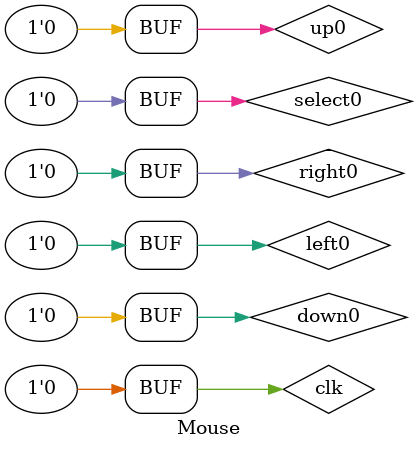
<source format=v>
`timescale 1ns / 1ps


module Mouse;

	// Inputs
	reg clk;
	reg up0;
	reg down0;
	reg left0;
	reg right0;
	reg select0;

	// Outputs
	wire Click;
	wire [9:0] posMX;
	wire [9:0] posMY;

	// Instantiate the Unit Under Test (UUT)
	MouseAlt uut (
		.clk(clk), 
		.up0(up0), 
		.down0(down0), 
		.left0(left0), 
		.right0(right0), 
		.select0(select0), 
		.Click(Click), 
		.posMX(posMX), 
		.posMY(posMY)
	);

	initial begin
		// Initialize Inputs
		clk = 0;
		up0 = 0;
		down0 = 0;
		left0 = 0;
		right0 = 0;
		select0 = 0;

		// Wait 100 ns for global reset to finish
		#100;
        
		// Add stimulus here
		#50; down0 = 1;
		#50; down0 = 0;
		#50; right0 = 1;
		#50; right0 = 0;

	end
always begin
	#5; clk = 1;
	#5; clk = 0;
end
      
endmodule


</source>
